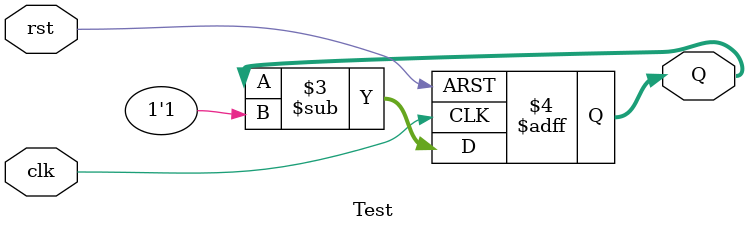
<source format=v>
`timescale 1ns / 1ps

// 4-bit Down Counter Test Behavioral Model
module Test(input clk, input rst, output reg [3:0] Q);
         
    always@(posedge clk or negedge rst) begin
        if(!rst)
            Q <= 4'h00;
        else 
            Q <= Q - 1'b1;
    end
    
endmodule


</source>
